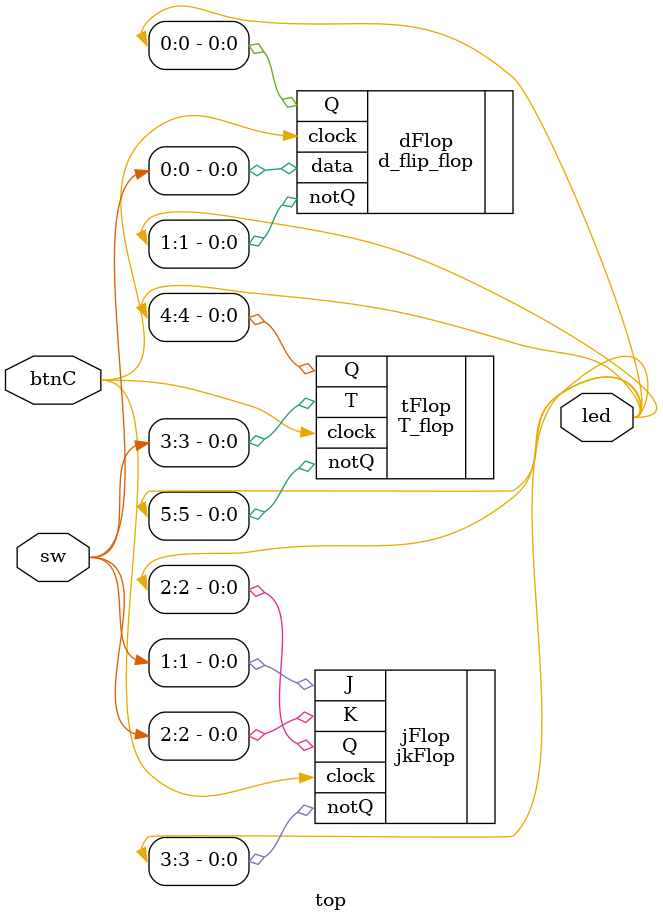
<source format=v>
module top(
        input [3:0] sw,
        input btnC,
        output [5:0] led
    );
    
    d_flip_flop dFlop(
        .clock(btnC),
        .data(sw[0]),
        .Q(led[0]),
        .notQ(led[1])
    );
    
    jkFlop jFlop(
        .J(sw[1]),
        .K(sw[2]),
        .clock(btnC),
        .Q(led[2]),
        .notQ(led[3])
    );
    
    T_flop tFlop(
        .T(sw[3]),
        .clock(btnC),
        .Q(led[4]),
        .notQ(led[5])
    );
endmodule

</source>
